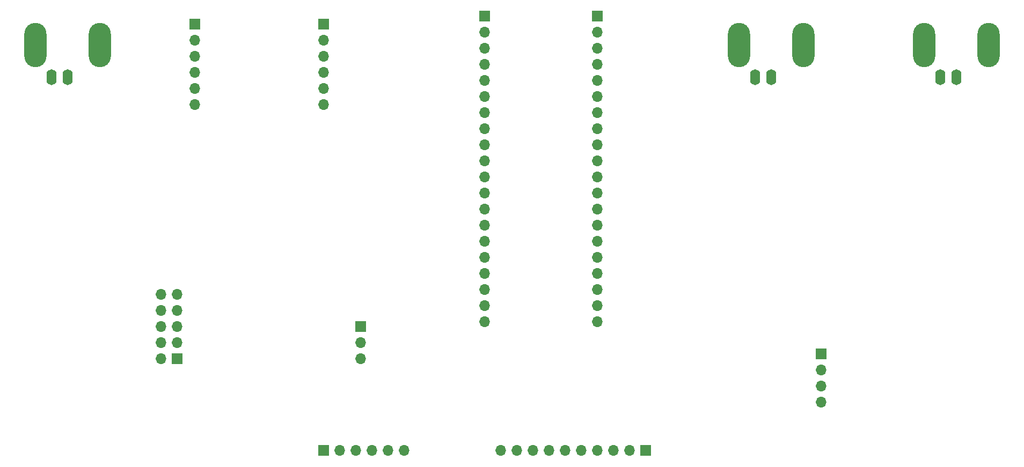
<source format=gbr>
%TF.GenerationSoftware,KiCad,Pcbnew,(5.1.10)-1*%
%TF.CreationDate,2021-07-30T16:25:56-04:00*%
%TF.ProjectId,PID-controller-pcb,5049442d-636f-46e7-9472-6f6c6c65722d,rev?*%
%TF.SameCoordinates,Original*%
%TF.FileFunction,Soldermask,Top*%
%TF.FilePolarity,Negative*%
%FSLAX46Y46*%
G04 Gerber Fmt 4.6, Leading zero omitted, Abs format (unit mm)*
G04 Created by KiCad (PCBNEW (5.1.10)-1) date 2021-07-30 16:25:56*
%MOMM*%
%LPD*%
G01*
G04 APERTURE LIST*
%ADD10O,1.700000X1.700000*%
%ADD11R,1.700000X1.700000*%
%ADD12O,3.500000X7.000000*%
%ADD13O,1.600000X2.500000*%
G04 APERTURE END LIST*
D10*
%TO.C,Beagle Header*%
X130556000Y-93472000D03*
X133096000Y-93472000D03*
X130556000Y-96012000D03*
X133096000Y-96012000D03*
X130556000Y-98552000D03*
X133096000Y-98552000D03*
X130556000Y-101092000D03*
X133096000Y-101092000D03*
X130556000Y-103632000D03*
D11*
X133096000Y-103632000D03*
%TD*%
D12*
%TO.C,ThermInBNC*%
X250952000Y-54102000D03*
X261112000Y-54102000D03*
D13*
X256032000Y-59182000D03*
X253492000Y-59182000D03*
%TD*%
D10*
%TO.C,SW1*%
X162052000Y-103632000D03*
X162052000Y-101092000D03*
D11*
X162052000Y-98552000D03*
%TD*%
D12*
%TO.C,CurrInBNC*%
X221742000Y-54102000D03*
X231902000Y-54102000D03*
D13*
X226822000Y-59182000D03*
X224282000Y-59182000D03*
%TD*%
%TO.C,CurrOutBNC*%
X113284000Y-59182000D03*
X115824000Y-59182000D03*
D12*
X120904000Y-54102000D03*
X110744000Y-54102000D03*
%TD*%
D10*
%TO.C,QWIIK LCD*%
X234696000Y-110490000D03*
X234696000Y-107950000D03*
X234696000Y-105410000D03*
D11*
X234696000Y-102870000D03*
%TD*%
D10*
%TO.C,Pico2*%
X199390000Y-97790000D03*
X199390000Y-95250000D03*
X199390000Y-92710000D03*
X199390000Y-90170000D03*
X199390000Y-87630000D03*
X199390000Y-85090000D03*
X199390000Y-82550000D03*
X199390000Y-80010000D03*
X199390000Y-77470000D03*
X199390000Y-74930000D03*
X199390000Y-72390000D03*
X199390000Y-69850000D03*
X199390000Y-67310000D03*
X199390000Y-64770000D03*
X199390000Y-62230000D03*
X199390000Y-59690000D03*
X199390000Y-57150000D03*
X199390000Y-54610000D03*
X199390000Y-52070000D03*
D11*
X199390000Y-49530000D03*
%TD*%
D10*
%TO.C,Pico1*%
X181610000Y-97790000D03*
X181610000Y-95250000D03*
X181610000Y-92710000D03*
X181610000Y-90170000D03*
X181610000Y-87630000D03*
X181610000Y-85090000D03*
X181610000Y-82550000D03*
X181610000Y-80010000D03*
X181610000Y-77470000D03*
X181610000Y-74930000D03*
X181610000Y-72390000D03*
X181610000Y-69850000D03*
X181610000Y-67310000D03*
X181610000Y-64770000D03*
X181610000Y-62230000D03*
X181610000Y-59690000D03*
X181610000Y-57150000D03*
X181610000Y-54610000D03*
X181610000Y-52070000D03*
D11*
X181610000Y-49530000D03*
%TD*%
D10*
%TO.C,ETH2*%
X156210000Y-63500000D03*
X156210000Y-60960000D03*
X156210000Y-58420000D03*
X156210000Y-55880000D03*
X156210000Y-53340000D03*
D11*
X156210000Y-50800000D03*
%TD*%
D10*
%TO.C,ETH1*%
X135890000Y-63500000D03*
X135890000Y-60960000D03*
X135890000Y-58420000D03*
X135890000Y-55880000D03*
X135890000Y-53340000D03*
D11*
X135890000Y-50800000D03*
%TD*%
D10*
%TO.C,ADS*%
X184150000Y-118110000D03*
X186690000Y-118110000D03*
X189230000Y-118110000D03*
X191770000Y-118110000D03*
X194310000Y-118110000D03*
X196850000Y-118110000D03*
X199390000Y-118110000D03*
X201930000Y-118110000D03*
X204470000Y-118110000D03*
D11*
X207010000Y-118110000D03*
%TD*%
D10*
%TO.C,DAC*%
X168910000Y-118110000D03*
X166370000Y-118110000D03*
X163830000Y-118110000D03*
X161290000Y-118110000D03*
X158750000Y-118110000D03*
D11*
X156210000Y-118110000D03*
%TD*%
M02*

</source>
